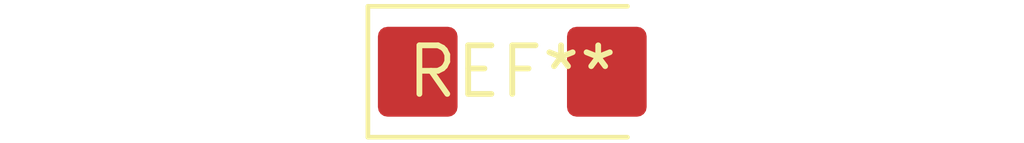
<source format=kicad_pcb>
(kicad_pcb (version 20240108) (generator pcbnew)
  (layers (0 "F.Cu" signal) (31 "B.Cu" signal) (34 "B.Paste" user) (35 "F.Paste" user) (36 "B.SilkS" user "B.Silkscreen") (37 "F.SilkS" user "F.Silkscreen") (38 "B.Mask" user) (39 "F.Mask" user) (44 "Edge.Cuts" user))
  (net 0 "")
  (footprint "CP_EIA-6032-15_Kemet-U" (layer "F.Cu") (at 0 0)
    (property "Reference" "REF**")
    (property "Value" "CP_EIA-6032-15_Kemet-U")
    (fp_line (start -3.76 -1.71) (end -3.76 1.71) (layer "F.SilkS") (stroke (width 0.12)))
    (fp_line (start -3.76 1.71) (end 3 1.71) (layer "F.SilkS") (stroke (width 0.12)))
    (fp_line (start 3 -1.71) (end -3.76 -1.71) (layer "F.SilkS") (stroke (width 0.12)))
    (pad "1" smd roundrect (at -2.4625 0) (size 2.075 2.35) (layers "F.Cu" "F.Paste" "F.Mask") (roundrect_rratio 0.120482))
    (pad "2" smd roundrect (at 2.4625 0) (size 2.075 2.35) (layers "F.Cu" "F.Paste" "F.Mask") (roundrect_rratio 0.120482))
  )
)
</source>
